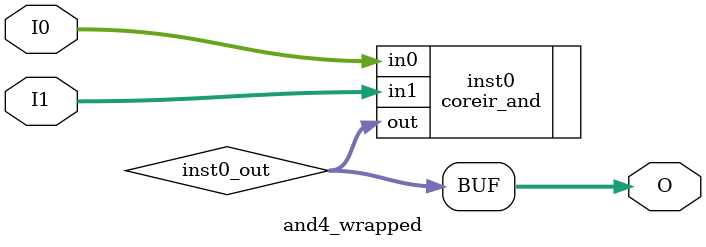
<source format=v>
module and4_wrapped (input [3:0] I0, input [3:0] I1, output [3:0] O);
wire [3:0] inst0_out;
coreir_and inst0 (.in0(I0), .in1(I1), .out(inst0_out));
assign O = inst0_out;
endmodule


</source>
